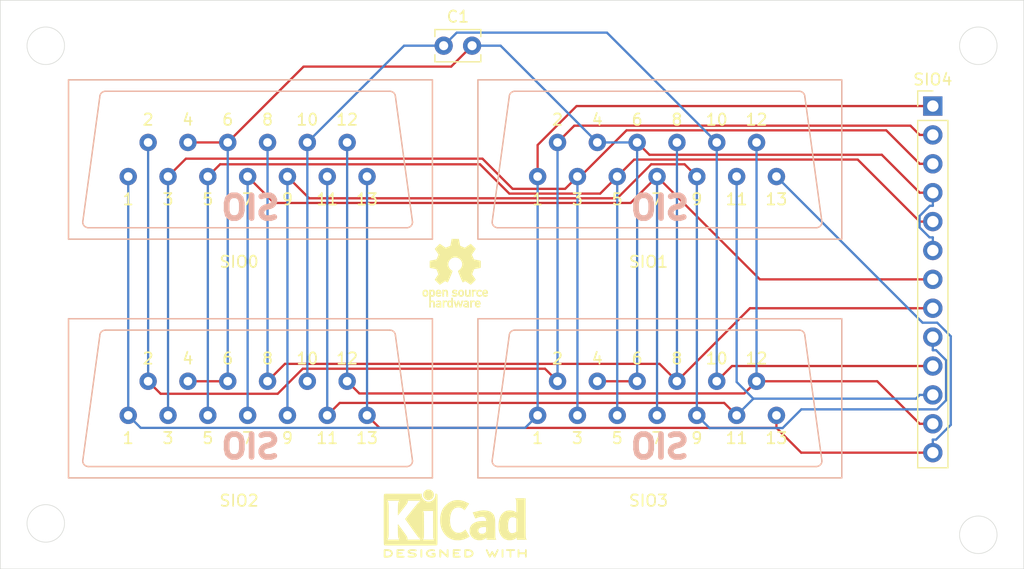
<source format=kicad_pcb>
(kicad_pcb (version 20240108) (generator "pcbnew") (generator_version "8.0")
  (layers (0 "F.Cu" signal) (31 "B.Cu" signal) (34 "B.Paste" user) (35 "F.Paste" user) (36 "B.SilkS" user "B.Silkscreen") (37 "F.SilkS" user "F.Silkscreen") (38 "B.Mask" user) (39 "F.Mask" user) (44 "Edge.Cuts" user))
  (net 0 "")
  (net 1 "GND")
  (net 2 "CLKIN")
  (net 3 "CLKOUT")
  (net 4 "DOUT")
  (net 5 "MOTOR")
  (net 6 "AUDIN")
  (net 7 "PROC")
  (net 8 "INT")
  (net 9 "DIN")
  (net 10 "CMD")
  (net 11 "5V")
  (net 12 "12V")
  (footprint "Atari:Atari_SIO_Socket" (layer "F.Cu") (at 136 70)
    (property "Reference" "SIO1" (at 1 3 0) (layer "F.SilkS"))
    (property "Value" "Atari_SIO_Connector-Atari")
    (fp_text user "SIO" (at 2 -1.75 0) (layer "B.SilkS") (effects (font (size 2 2) (thickness 0.5)) (justify mirror)))
    (fp_text user "7" (at 1.75 -2.5 0) (layer "F.SilkS"))
    (fp_text user "13" (at 12.25 -2.5 0) (layer "F.SilkS"))
    (fp_text user "12" (at 10.5 -9.5 0) (layer "F.SilkS"))
    (fp_text user "1" (at -8.75 -2.5 0) (layer "F.SilkS"))
    (fp_text user "9" (at 5.25 -2.5 0) (layer "F.SilkS"))
    (fp_text user "10" (at 7 -9.5 0) (layer "F.SilkS"))
    (fp_text user "3" (at -5.25 -2.5 0) (layer "F.SilkS"))
    (fp_text user "5" (at -1.75 -2.5 0) (layer "F.SilkS"))
    (fp_text user "2" (at -7 -9.5 0) (layer "F.SilkS"))
    (fp_text user "8" (at 3.5 -9.5 0) (layer "F.SilkS"))
    (fp_text user "6" (at 0 -9.5 0) (layer "F.SilkS"))
    (fp_text user "4" (at -3.5 -9.5 0) (layer "F.SilkS"))
    (fp_text user "11" (at 8.75 -2.5 0) (layer "F.SilkS"))
    (pad "1" thru_hole circle (at -8.75 -4.5) (size 1.524 1.524) (drill 0.762) (layers "*.Cu" "*.Mask") (net 2 "CLKIN"))
    (pad "2" thru_hole circle (at -7 -7.5) (size 1.524 1.524) (drill 0.762) (layers "*.Cu" "*.Mask") (net 3 "CLKOUT"))
    (pad "3" thru_hole circle (at -5.25 -4.5) (size 1.524 1.524) (drill 0.762) (layers "*.Cu" "*.Mask") (net 9 "DIN"))
    (pad "4" thru_hole circle (at -3.5 -7.5) (size 1.524 1.524) (drill 0.762) (layers "*.Cu" "*.Mask") (net 1 "GND"))
    (pad "5" thru_hole circle (at -1.75 -4.5) (size 1.524 1.524) (drill 0.762) (layers "*.Cu" "*.Mask") (net 4 "DOUT"))
    (pad "6" thru_hole circle (at 0 -7.5) (size 1.524 1.524) (drill 0.762) (layers "*.Cu" "*.Mask") (net 1 "GND"))
    (pad "7" thru_hole circle (at 1.75 -4.5) (size 1.524 1.524) (drill 0.762) (layers "*.Cu" "*.Mask") (net 10 "CMD"))
    (pad "8" thru_hole circle (at 3.5 -7.5) (size 1.524 1.524) (drill 0.762) (layers "*.Cu" "*.Mask") (net 5 "MOTOR"))
    (pad "9" thru_hole circle (at 5.25 -4.5) (size 1.524 1.524) (drill 0.762) (layers "*.Cu" "*.Mask") (net 7 "PROC"))
    (pad "10" thru_hole circle (at 7 -7.5) (size 1.524 1.524) (drill 0.762) (layers "*.Cu" "*.Mask") (net 11 "5V"))
    (pad "11" thru_hole circle (at 8.75 -4.5) (size 1.524 1.524) (drill 0.762) (layers "*.Cu" "*.Mask") (net 6 "AUDIN"))
    (pad "12" thru_hole circle (at 10.5 -7.5) (size 1.524 1.524) (drill 0.762) (layers "*.Cu" "*.Mask") (net 12 "12V"))
    (pad "13" thru_hole circle (at 12.25 -4.5) (size 1.524 1.524) (drill 0.762) (layers "*.Cu" "*.Mask") (net 8 "INT"))
  )
  (footprint "Atari:Atari_SIO_Socket" (layer "F.Cu") (at 100 91)
    (property "Reference" "SIO2" (at 1 3 0) (layer "F.SilkS"))
    (property "Value" "Atari_SIO_Connector-Atari")
    (fp_text user "SIO" (at 2 -1.75 0) (layer "B.SilkS") (effects (font (size 2 2) (thickness 0.5)) (justify mirror)))
    (fp_text user "4" (at -3.5 -9.5 0) (layer "F.SilkS"))
    (fp_text user "7" (at 1.75 -2.5 0) (layer "F.SilkS"))
    (fp_text user "2" (at -7 -9.5 0) (layer "F.SilkS"))
    (fp_text user "5" (at -1.75 -2.5 0) (layer "F.SilkS"))
    (fp_text user "12" (at 10.5 -9.5 0) (layer "F.SilkS"))
    (fp_text user "8" (at 3.5 -9.5 0) (layer "F.SilkS"))
    (fp_text user "6" (at 0 -9.5 0) (layer "F.SilkS"))
    (fp_text user "10" (at 7 -9.5 0) (layer "F.SilkS"))
    (fp_text user "1" (at -8.75 -2.5 0) (layer "F.SilkS"))
    (fp_text user "11" (at 8.75 -2.5 0) (layer "F.SilkS"))
    (fp_text user "3" (at -5.25 -2.5 0) (layer "F.SilkS"))
    (fp_text user "13" (at 12.25 -2.5 0) (layer "F.SilkS"))
    (fp_text user "9" (at 5.25 -2.5 0) (layer "F.SilkS"))
    (pad "1" thru_hole circle (at -8.75 -4.5) (size 1.524 1.524) (drill 0.762) (layers "*.Cu" "*.Mask") (net 2 "CLKIN"))
    (pad "2" thru_hole circle (at -7 -7.5) (size 1.524 1.524) (drill 0.762) (layers "*.Cu" "*.Mask") (net 3 "CLKOUT"))
    (pad "3" thru_hole circle (at -5.25 -4.5) (size 1.524 1.524) (drill 0.762) (layers "*.Cu" "*.Mask") (net 9 "DIN"))
    (pad "4" thru_hole circle (at -3.5 -7.5) (size 1.524 1.524) (drill 0.762) (layers "*.Cu" "*.Mask") (net 1 "GND"))
    (pad "5" thru_hole circle (at -1.75 -4.5) (size 1.524 1.524) (drill 0.762) (layers "*.Cu" "*.Mask") (net 4 "DOUT"))
    (pad "6" thru_hole circle (at 0 -7.5) (size 1.524 1.524) (drill 0.762) (layers "*.Cu" "*.Mask") (net 1 "GND"))
    (pad "7" thru_hole circle (at 1.75 -4.5) (size 1.524 1.524) (drill 0.762) (layers "*.Cu" "*.Mask") (net 10 "CMD"))
    (pad "8" thru_hole circle (at 3.5 -7.5) (size 1.524 1.524) (drill 0.762) (layers "*.Cu" "*.Mask") (net 5 "MOTOR"))
    (pad "9" thru_hole circle (at 5.25 -4.5) (size 1.524 1.524) (drill 0.762) (layers "*.Cu" "*.Mask") (net 7 "PROC"))
    (pad "10" thru_hole circle (at 7 -7.5) (size 1.524 1.524) (drill 0.762) (layers "*.Cu" "*.Mask") (net 11 "5V"))
    (pad "11" thru_hole circle (at 8.75 -4.5) (size 1.524 1.524) (drill 0.762) (layers "*.Cu" "*.Mask") (net 6 "AUDIN"))
    (pad "12" thru_hole circle (at 10.5 -7.5) (size 1.524 1.524) (drill 0.762) (layers "*.Cu" "*.Mask") (net 12 "12V"))
    (pad "13" thru_hole circle (at 12.25 -4.5) (size 1.524 1.524) (drill 0.762) (layers "*.Cu" "*.Mask") (net 8 "INT"))
  )
  (footprint "Capacitor_THT:C_Disc_D3.8mm_W2.6mm_P2.50mm" (layer "F.Cu") (at 118.9878 53.9922)
    (property "Reference" "C1" (at 1.25 -2.55 0) (layer "F.SilkS"))
    (property "Value" "C")
    (pad "1" thru_hole circle (at 0 0) (size 1.6 1.6) (drill 0.8) (layers "*.Cu" "*.Mask") (net 11 "5V"))
    (pad "2" thru_hole circle (at 2.5 0) (size 1.6 1.6) (drill 0.8) (layers "*.Cu" "*.Mask") (net 1 "GND"))
  )
  (footprint "Connector_PinHeader_2.54mm:PinHeader_1x13_P2.54mm_Vertical" (layer "F.Cu") (at 162 59.3)
    (property "Reference" "SIO4" (at 0 -2.33 0) (layer "F.SilkS"))
    (property "Value" "Conn_01x13")
    (pad "1" thru_hole rect (at 0 0) (size 1.7 1.7) (drill 1) (layers "*.Cu" "*.Mask") (net 2 "CLKIN"))
    (pad "2" thru_hole oval (at 0 2.54) (size 1.7 1.7) (drill 1) (layers "*.Cu" "*.Mask") (net 3 "CLKOUT"))
    (pad "3" thru_hole oval (at 0 5.08) (size 1.7 1.7) (drill 1) (layers "*.Cu" "*.Mask") (net 9 "DIN"))
    (pad "4" thru_hole oval (at 0 7.62) (size 1.7 1.7) (drill 1) (layers "*.Cu" "*.Mask") (net 1 "GND"))
    (pad "5" thru_hole oval (at 0 10.16) (size 1.7 1.7) (drill 1) (layers "*.Cu" "*.Mask") (net 4 "DOUT"))
    (pad "6" thru_hole oval (at 0 12.7) (size 1.7 1.7) (drill 1) (layers "*.Cu" "*.Mask") (net 1 "GND"))
    (pad "7" thru_hole oval (at 0 15.24) (size 1.7 1.7) (drill 1) (layers "*.Cu" "*.Mask") (net 10 "CMD"))
    (pad "8" thru_hole oval (at 0 17.78) (size 1.7 1.7) (drill 1) (layers "*.Cu" "*.Mask") (net 5 "MOTOR"))
    (pad "9" thru_hole oval (at 0 20.32) (size 1.7 1.7) (drill 1) (layers "*.Cu" "*.Mask") (net 7 "PROC"))
    (pad "10" thru_hole oval (at 0 22.86) (size 1.7 1.7) (drill 1) (layers "*.Cu" "*.Mask") (net 11 "5V"))
    (pad "11" thru_hole oval (at 0 25.4) (size 1.7 1.7) (drill 1) (layers "*.Cu" "*.Mask") (net 6 "AUDIN"))
    (pad "12" thru_hole oval (at 0 27.94) (size 1.7 1.7) (drill 1) (layers "*.Cu" "*.Mask") (net 12 "12V"))
    (pad "13" thru_hole oval (at 0 30.48) (size 1.7 1.7) (drill 1) (layers "*.Cu" "*.Mask") (net 8 "INT"))
  )
  (footprint "Atari:Atari_SIO_Socket" (layer "F.Cu") (at 100 70)
    (property "Reference" "SIO0" (at 1 3 0) (layer "F.SilkS"))
    (property "Value" "Atari_SIO_Connector-Atari")
    (fp_text user "SIO" (at 2 -1.75 0) (layer "B.SilkS") (effects (font (size 2 2) (thickness 0.5)) (justify mirror)))
    (fp_text user "8" (at 3.5 -9.5 0) (layer "F.SilkS"))
    (fp_text user "3" (at -5.25 -2.5 0) (layer "F.SilkS"))
    (fp_text user "12" (at 10.5 -9.5 0) (layer "F.SilkS"))
    (fp_text user "2" (at -7 -9.5 0) (layer "F.SilkS"))
    (fp_text user "9" (at 5.25 -2.5 0) (layer "F.SilkS"))
    (fp_text user "5" (at -1.75 -2.5 0) (layer "F.SilkS"))
    (fp_text user "4" (at -3.5 -9.5 0) (layer "F.SilkS"))
    (fp_text user "13" (at 12.25 -2.5 0) (layer "F.SilkS"))
    (fp_text user "10" (at 7 -9.5 0) (layer "F.SilkS"))
    (fp_text user "11" (at 8.75 -2.5 0) (layer "F.SilkS"))
    (fp_text user "6" (at 0 -9.5 0) (layer "F.SilkS"))
    (fp_text user "7" (at 1.75 -2.5 0) (layer "F.SilkS"))
    (fp_text user "1" (at -8.75 -2.5 0) (layer "F.SilkS"))
    (pad "1" thru_hole circle (at -8.75 -4.5) (size 1.524 1.524) (drill 0.762) (layers "*.Cu" "*.Mask") (net 2 "CLKIN"))
    (pad "2" thru_hole circle (at -7 -7.5) (size 1.524 1.524) (drill 0.762) (layers "*.Cu" "*.Mask") (net 3 "CLKOUT"))
    (pad "3" thru_hole circle (at -5.25 -4.5) (size 1.524 1.524) (drill 0.762) (layers "*.Cu" "*.Mask") (net 9 "DIN"))
    (pad "4" thru_hole circle (at -3.5 -7.5) (size 1.524 1.524) (drill 0.762) (layers "*.Cu" "*.Mask") (net 1 "GND"))
    (pad "5" thru_hole circle (at -1.75 -4.5) (size 1.524 1.524) (drill 0.762) (layers "*.Cu" "*.Mask") (net 4 "DOUT"))
    (pad "6" thru_hole circle (at 0 -7.5) (size 1.524 1.524) (drill 0.762) (layers "*.Cu" "*.Mask") (net 1 "GND"))
    (pad "7" thru_hole circle (at 1.75 -4.5) (size 1.524 1.524) (drill 0.762) (layers "*.Cu" "*.Mask") (net 10 "CMD"))
    (pad "8" thru_hole circle (at 3.5 -7.5) (size 1.524 1.524) (drill 0.762) (layers "*.Cu" "*.Mask") (net 5 "MOTOR"))
    (pad "9" thru_hole circle (at 5.25 -4.5) (size 1.524 1.524) (drill 0.762) (layers "*.Cu" "*.Mask") (net 7 "PROC"))
    (pad "10" thru_hole circle (at 7 -7.5) (size 1.524 1.524) (drill 0.762) (layers "*.Cu" "*.Mask") (net 11 "5V"))
    (pad "11" thru_hole circle (at 8.75 -4.5) (size 1.524 1.524) (drill 0.762) (layers "*.Cu" "*.Mask") (net 6 "AUDIN"))
    (pad "12" thru_hole circle (at 10.5 -7.5) (size 1.524 1.524) (drill 0.762) (layers "*.Cu" "*.Mask") (net 12 "12V"))
    (pad "13" thru_hole circle (at 12.25 -4.5) (size 1.524 1.524) (drill 0.762) (layers "*.Cu" "*.Mask") (net 8 "INT"))
  )
  (footprint "Symbol:KiCad-Logo2_5mm_SilkScreen" (layer "F.Cu") (at 120 96)
    (property "Reference" "DesignedWithKiCad" (hide yes))
    (property "Value" "KiCad-Logo2_5mm_SilkScreen" (hide yes))
  )
  (footprint "Symbol:OSHW-Logo_5.7x6mm_SilkScreen" (layer "F.Cu") (at 120 74)
    (property "Reference" "OSHW" (hide yes))
    (property "Value" "OSHW-Logo_5.7x6mm_SilkScreen" (hide yes))
  )
  (footprint "Atari:Atari_SIO_Socket" (layer "F.Cu") (at 136 91)
    (property "Reference" "SIO3" (at 1 3 0) (layer "F.SilkS"))
    (property "Value" "Atari_SIO_Connector-Atari")
    (fp_text user "SIO" (at 2 -1.75 0) (layer "B.SilkS") (effects (font (size 2 2) (thickness 0.5)) (justify mirror)))
    (fp_text user "2" (at -7 -9.5 0) (layer "F.SilkS"))
    (fp_text user "13" (at 12.25 -2.5 0) (layer "F.SilkS"))
    (fp_text user "9" (at 5.25 -2.5 0) (layer "F.SilkS"))
    (fp_text user "8" (at 3.5 -9.5 0) (layer "F.SilkS"))
    (fp_text user "7" (at 1.75 -2.5 0) (layer "F.SilkS"))
    (fp_text user "4" (at -3.5 -9.5 0) (layer "F.SilkS"))
    (fp_text user "12" (at 10.5 -9.5 0) (layer "F.SilkS"))
    (fp_text user "10" (at 7 -9.5 0) (layer "F.SilkS"))
    (fp_text user "3" (at -5.25 -2.5 0) (layer "F.SilkS"))
    (fp_text user "5" (at -1.75 -2.5 0) (layer "F.SilkS"))
    (fp_text user "6" (at 0 -9.5 0) (layer "F.SilkS"))
    (fp_text user "11" (at 8.75 -2.5 0) (layer "F.SilkS"))
    (fp_text user "1" (at -8.75 -2.5 0) (layer "F.SilkS"))
    (pad "1" thru_hole circle (at -8.75 -4.5) (size 1.524 1.524) (drill 0.762) (layers "*.Cu" "*.Mask") (net 2 "CLKIN"))
    (pad "2" thru_hole circle (at -7 -7.5) (size 1.524 1.524) (drill 0.762) (layers "*.Cu" "*.Mask") (net 3 "CLKOUT"))
    (pad "3" thru_hole circle (at -5.25 -4.5) (size 1.524 1.524) (drill 0.762) (layers "*.Cu" "*.Mask") (net 9 "DIN"))
    (pad "4" thru_hole circle (at -3.5 -7.5) (size 1.524 1.524) (drill 0.762) (layers "*.Cu" "*.Mask") (net 1 "GND"))
    (pad "5" thru_hole circle (at -1.75 -4.5) (size 1.524 1.524) (drill 0.762) (layers "*.Cu" "*.Mask") (net 4 "DOUT"))
    (pad "6" thru_hole circle (at 0 -7.5) (size 1.524 1.524) (drill 0.762) (layers "*.Cu" "*.Mask") (net 1 "GND"))
    (pad "7" thru_hole circle (at 1.75 -4.5) (size 1.524 1.524) (drill 0.762) (layers "*.Cu" "*.Mask") (net 10 "CMD"))
    (pad "8" thru_hole circle (at 3.5 -7.5) (size 1.524 1.524) (drill 0.762) (layers "*.Cu" "*.Mask") (net 5 "MOTOR"))
    (pad "9" thru_hole circle (at 5.25 -4.5) (size 1.524 1.524) (drill 0.762) (layers "*.Cu" "*.Mask") (net 7 "PROC"))
    (pad "10" thru_hole circle (at 7 -7.5) (size 1.524 1.524) (drill 0.762) (layers "*.Cu" "*.Mask") (net 11 "5V"))
    (pad "11" thru_hole circle (at 8.75 -4.5) (size 1.524 1.524) (drill 0.762) (layers "*.Cu" "*.Mask") (net 6 "AUDIN"))
    (pad "12" thru_hole circle (at 10.5 -7.5) (size 1.524 1.524) (drill 0.762) (layers "*.Cu" "*.Mask") (net 12 "12V"))
    (pad "13" thru_hole circle (at 12.25 -4.5) (size 1.524 1.524) (drill 0.762) (layers "*.Cu" "*.Mask") (net 8 "INT"))
  )
  (gr_circle (center 84 54) (end 85.65 54) (stroke (width 0.05)) (fill none) (layer "Edge.Cuts"))
  (gr_circle (center 166 97) (end 167.65 97) (stroke (width 0.05)) (fill none) (layer "Edge.Cuts"))
  (gr_circle (center 166 54) (end 167.65 54) (stroke (width 0.05)) (fill none) (layer "Edge.Cuts"))
  (gr_rect (start 80 50) (end 170 100) (stroke (width 0.05)) (fill none) (layer "Edge.Cuts"))
  (gr_circle (center 84 96) (end 85.65 96) (stroke (width 0.05)) (fill none) (layer "Edge.Cuts"))
  (segment (start 106.6677 55.8323) (end 119.6477 55.8323) (width 0.2) (layer "F.Cu") (net 1))
  (segment (start 157.5119 63.5836) (end 137.0836 63.5836) (width 0.2) (layer "F.Cu") (net 1))
  (segment (start 136 83.5) (end 132.5 83.5) (width 0.2) (layer "F.Cu") (net 1))
  (segment (start 100 83.5) (end 96.5 83.5) (width 0.2) (layer "F.Cu") (net 1))
  (segment (start 162 66.92) (end 160.8483 66.92) (width 0.2) (layer "F.Cu") (net 1))
  (segment (start 119.6477 55.8323) (end 121.4878 53.9922) (width 0.2) (layer "F.Cu") (net 1))
  (segment (start 100 62.5) (end 106.6677 55.8323) (width 0.2) (layer "F.Cu") (net 1))
  (segment (start 96.5 62.5) (end 100 62.5) (width 0.2) (layer "F.Cu") (net 1))
  (segment (start 160.8483 66.92) (end 157.5119 63.5836) (width 0.2) (layer "F.Cu") (net 1))
  (segment (start 137.0836 63.5836) (end 136 62.5) (width 0.2) (layer "F.Cu") (net 1))
  (segment (start 123.9922 53.9922) (end 132.5 62.5) (width 0.2) (layer "B.Cu") (net 1))
  (segment (start 136 83.5) (end 136 62.5) (width 0.2) (layer "B.Cu") (net 1))
  (segment (start 162 70.8483) (end 161.7121 70.8483) (width 0.2) (layer "B.Cu") (net 1))
  (segment (start 162 72) (end 162 70.8483) (width 0.2) (layer "B.Cu") (net 1))
  (segment (start 161.7315 68.0717) (end 162 68.0717) (width 0.2) (layer "B.Cu") (net 1))
  (segment (start 136 62.5) (end 132.5 62.5) (width 0.2) (layer "B.Cu") (net 1))
  (segment (start 161.7121 70.8483) (end 160.8419 69.9781) (width 0.2) (layer "B.Cu") (net 1))
  (segment (start 100 62.5) (end 100 83.5) (width 0.2) (layer "B.Cu") (net 1))
  (segment (start 160.8419 69.9781) (end 160.8419 68.9613) (width 0.2) (layer "B.Cu") (net 1))
  (segment (start 121.4878 53.9922) (end 123.9922 53.9922) (width 0.2) (layer "B.Cu") (net 1))
  (segment (start 160.8419 68.9613) (end 161.7315 68.0717) (width 0.2) (layer "B.Cu") (net 1))
  (segment (start 162 66.92) (end 162 68.0717) (width 0.2) (layer "B.Cu") (net 1))
  (segment (start 130.6772 59.3) (end 127.25 62.7272) (width 0.2) (layer "F.Cu") (net 2))
  (segment (start 127.25 62.7272) (end 127.25 65.5) (width 0.2) (layer "F.Cu") (net 2))
  (segment (start 162 59.3) (end 130.6772 59.3) (width 0.2) (layer "F.Cu") (net 2))
  (segment (start 126.1513 87.5987) (end 92.3487 87.5987) (width 0.2) (layer "B.Cu") (net 2))
  (segment (start 92.3487 87.5987) (end 91.25 86.5) (width 0.2) (layer "B.Cu") (net 2))
  (segment (start 127.25 86.5) (end 127.25 65.5) (width 0.2) (layer "B.Cu") (net 2))
  (segment (start 91.25 65.5) (end 91.25 86.5) (width 0.2) (layer "B.Cu") (net 2))
  (segment (start 127.25 86.5) (end 126.1513 87.5987) (width 0.2) (layer "B.Cu") (net 2))
  (segment (start 94.1 84.6) (end 93 83.5) (width 0.2) (layer "F.Cu") (net 3))
  (segment (start 106.5963 82.3973) (end 104.3936 84.6) (width 0.2) (layer "F.Cu") (net 3))
  (segment (start 129 83.5) (end 127.8973 82.3973) (width 0.2) (layer "F.Cu") (net 3))
  (segment (start 130.4731 61.0269) (end 129 62.5) (width 0.2) (layer "F.Cu") (net 3))
  (segment (start 127.8973 82.3973) (end 106.5963 82.3973) (width 0.2) (layer "F.Cu") (net 3))
  (segment (start 160.8483 61.84) (end 160.0352 61.0269) (width 0.2) (layer "F.Cu") (net 3))
  (segment (start 162 61.84) (end 160.8483 61.84) (width 0.2) (layer "F.Cu") (net 3))
  (segment (start 104.3936 84.6) (end 94.1 84.6) (width 0.2) (layer "F.Cu") (net 3))
  (segment (start 160.0352 61.0269) (end 130.4731 61.0269) (width 0.2) (layer "F.Cu") (net 3))
  (segment (start 129 83.5) (end 129 62.5) (width 0.2) (layer "B.Cu") (net 3))
  (segment (start 93 62.5) (end 93 83.5) (width 0.2) (layer "B.Cu") (net 3))
  (segment (start 162 69.46) (end 160.8483 69.46) (width 0.2) (layer "F.Cu") (net 4))
  (segment (start 122.1852 64.4224) (end 99.3276 64.4224) (width 0.2) (layer "F.Cu") (net 4))
  (segment (start 99.3276 64.4224) (end 98.25 65.5) (width 0.2) (layer "F.Cu") (net 4))
  (segment (start 132.7504 66.9996) (end 124.7624 66.9996) (width 0.2) (layer "F.Cu") (net 4))
  (segment (start 155.3936 64.0053) (end 160.8483 69.46) (width 0.2) (layer "F.Cu") (net 4))
  (segment (start 124.7624 66.9996) (end 122.1852 64.4224) (width 0.2) (layer "F.Cu") (net 4))
  (segment (start 134.25 65.5) (end 135.7447 64.0053) (width 0.2) (layer "F.Cu") (net 4))
  (segment (start 134.25 65.5) (end 132.7504 66.9996) (width 0.2) (layer "F.Cu") (net 4))
  (segment (start 135.7447 64.0053) (end 155.3936 64.0053) (width 0.2) (layer "F.Cu") (net 4))
  (segment (start 98.25 65.5) (end 98.25 86.5) (width 0.2) (layer "B.Cu") (net 4))
  (segment (start 134.25 86.5) (end 134.25 65.5) (width 0.2) (layer "B.Cu") (net 4))
  (segment (start 145.92 77.08) (end 139.5 83.5) (width 0.2) (layer "F.Cu") (net 5))
  (segment (start 139.5 83.5) (end 137.9702 81.9702) (width 0.2) (layer "F.Cu") (net 5))
  (segment (start 162 77.08) (end 145.92 77.08) (width 0.2) (layer "F.Cu") (net 5))
  (segment (start 105.0298 81.9702) (end 103.5 83.5) (width 0.2) (layer "F.Cu") (net 5))
  (segment (start 137.9702 81.9702) (end 105.0298 81.9702) (width 0.2) (layer "F.Cu") (net 5))
  (segment (start 139.5 83.5) (end 139.5 62.5) (width 0.2) (layer "B.Cu") (net 5))
  (segment (start 103.5 62.5) (end 103.5 83.5) (width 0.2) (layer "B.Cu") (net 5))
  (segment (start 109.8431 85.4069) (end 108.75 86.5) (width 0.2) (layer "F.Cu") (net 6))
  (segment (start 144.75 86.5) (end 143.6569 85.4069) (width 0.2) (layer "F.Cu") (net 6))
  (segment (start 143.6569 85.4069) (end 109.8431 85.4069) (width 0.2) (layer "F.Cu") (net 6))
  (segment (start 146.2188 85.0312) (end 144.75 83.5624) (width 0.2) (layer "B.Cu") (net 6))
  (segment (start 108.75 65.5) (end 108.75 86.5) (width 0.2) (layer "B.Cu") (net 6))
  (segment (start 162 84.7) (end 160.8483 84.7) (width 0.2) (layer "B.Cu") (net 6))
  (segment (start 160.8483 84.7) (end 160.5171 85.0312) (width 0.2) (layer "B.Cu") (net 6))
  (segment (start 160.5171 85.0312) (end 146.2188 85.0312) (width 0.2) (layer "B.Cu") (net 6))
  (segment (start 146.2188 85.0312) (end 144.75 86.5) (width 0.2) (layer "B.Cu") (net 6))
  (segment (start 144.75 83.5624) (end 144.75 65.5) (width 0.2) (layer "B.Cu") (net 6))
  (segment (start 107.1605 67.4105) (end 105.25 65.5) (width 0.2) (layer "F.Cu") (net 7))
  (segment (start 134.2472 67.4105) (end 107.1605 67.4105) (width 0.2) (layer "F.Cu") (net 7))
  (segment (start 137.2354 64.4223) (end 134.2472 67.4105) (width 0.2) (layer "F.Cu") (net 7))
  (segment (start 141.25 65.5) (end 140.1723 64.4223) (width 0.2) (layer "F.Cu") (net 7))
  (segment (start 140.1723 64.4223) (end 137.2354 64.4223) (width 0.2) (layer "F.Cu") (net 7))
  (segment (start 105.25 65.5) (end 105.25 86.5) (width 0.2) (layer "B.Cu") (net 7))
  (segment (start 163.1643 81.6481) (end 163.1643 85.1782) (width 0.2) (layer "B.Cu") (net 7))
  (segment (start 162 80.7717) (end 162.2879 80.7717) (width 0.2) (layer "B.Cu") (net 7))
  (segment (start 162 79.62) (end 162 80.7717) (width 0.2) (layer "B.Cu") (net 7))
  (segment (start 162.3725 85.97) (end 150.4414 85.97) (width 0.2) (layer "B.Cu") (net 7))
  (segment (start 148.7971 87.6143) (end 142.3643 87.6143) (width 0.2) (layer "B.Cu") (net 7))
  (segment (start 141.25 65.5) (end 141.25 86.5) (width 0.2) (layer "B.Cu") (net 7))
  (segment (start 163.1643 85.1782) (end 162.3725 85.97) (width 0.2) (layer "B.Cu") (net 7))
  (segment (start 162.2879 80.7717) (end 163.1643 81.6481) (width 0.2) (layer "B.Cu") (net 7))
  (segment (start 150.4414 85.97) (end 148.7971 87.6143) (width 0.2) (layer "B.Cu") (net 7))
  (segment (start 142.3643 87.6143) (end 141.25 86.5) (width 0.2) (layer "B.Cu") (net 7))
  (segment (start 148.25 87.6002) (end 150.4298 89.78) (width 0.2) (layer "F.Cu") (net 8))
  (segment (start 162 89.78) (end 160.8483 89.78) (width 0.2) (layer "F.Cu") (net 8))
  (segment (start 148.25 86.5) (end 148.25 87.6002) (width 0.2) (layer "F.Cu") (net 8))
  (segment (start 148.25 87.6002) (end 113.3502 87.6002) (width 0.2) (layer "F.Cu") (net 8))
  (segment (start 113.3502 87.6002) (end 112.25 86.5) (width 0.2) (layer "F.Cu") (net 8))
  (segment (start 150.4298 89.78) (end 160.8483 89.78) (width 0.2) (layer "F.Cu") (net 8))
  (segment (start 161.1 78.35) (end 148.25 65.5) (width 0.2) (layer "B.Cu") (net 8))
  (segment (start 112.25 65.5) (end 112.25 86.5) (width 0.2) (layer "B.Cu") (net 8))
  (segment (start 162 88.6283) (end 162.2879 88.6283) (width 0.2) (layer "B.Cu") (net 8))
  (segment (start 162.2879 88.6283) (end 163.58 87.3362) (width 0.2) (layer "B.Cu") (net 8))
  (segment (start 163.58 87.3362) (end 163.58 79.545) (width 0.2) (layer "B.Cu") (net 8))
  (segment (start 163.58 79.545) (end 162.385 78.35) (width 0.2) (layer "B.Cu") (net 8))
  (segment (start 162 89.78) (end 162 88.6283) (width 0.2) (layer "B.Cu") (net 8))
  (segment (start 162.385 78.35) (end 161.1 78.35) (width 0.2) (layer "B.Cu") (net 8))
  (segment (start 96.3227 63.9273) (end 94.75 65.5) (width 0.2) (layer "F.Cu") (net 9))
  (segment (start 130.75 65.5) (end 129.6692 66.5808) (width 0.2) (layer "F.Cu") (net 9))
  (segment (start 160.8483 64.38) (end 157.9033 61.435) (width 0.2) (layer "F.Cu") (net 9))
  (segment (start 157.9033 61.435) (end 135.0694 61.435) (width 0.2) (layer "F.Cu") (net 9))
  (segment (start 122.3995 63.9273) (end 96.3227 63.9273) (width 0.2) (layer "F.Cu") (net 9))
  (segment (start 135.0694 61.435) (end 131.0044 65.5) (width 0.2) (layer "F.Cu") (net 9))
  (segment (start 131.0044 65.5) (end 130.75 65.5) (width 0.2) (layer "F.Cu") (net 9))
  (segment (start 162 64.38) (end 160.8483 64.38) (width 0.2) (layer "F.Cu") (net 9))
  (segment (start 125.053 66.5808) (end 122.3995 63.9273) (width 0.2) (layer "F.Cu") (net 9))
  (segment (start 129.6692 66.5808) (end 125.053 66.5808) (width 0.2) (layer "F.Cu") (net 9))
  (segment (start 130.75 86.5) (end 130.75 65.5) (width 0.2) (layer "B.Cu") (net 9))
  (segment (start 94.75 65.5) (end 94.75 86.5) (width 0.2) (layer "B.Cu") (net 9))
  (segment (start 101.75 65.5) (end 104.0714 67.8214) (width 0.2) (layer "F.Cu") (net 10))
  (segment (start 162 74.54) (end 146.79 74.54) (width 0.2) (layer "F.Cu") (net 10))
  (segment (start 135.4286 67.8214) (end 137.75 65.5) (width 0.2) (layer "F.Cu") (net 10))
  (segment (start 104.0714 67.8214) (end 135.4286 67.8214) (width 0.2) (layer "F.Cu") (net 10))
  (segment (start 146.79 74.54) (end 137.75 65.5) (width 0.2) (layer "F.Cu") (net 10))
  (segment (start 101.75 65.5) (end 101.75 86.5) (width 0.2) (layer "B.Cu") (net 10))
  (segment (start 137.75 86.5) (end 137.75 65.5) (width 0.2) (layer "B.Cu") (net 10))
  (segment (start 144.34 82.16) (end 143 83.5) (width 0.2) (layer "F.Cu") (net 11))
  (segment (start 162 82.16) (end 144.34 82.16) (width 0.2) (layer "F.Cu") (net 11))
  (segment (start 143 83.5) (end 143 62.5) (width 0.2) (layer "B.Cu") (net 11))
  (segment (start 120.1363 52.8437) (end 118.9878 53.9922) (width 0.2) (layer "B.Cu") (net 11))
  (segment (start 133.3437 52.8437) (end 120.1363 52.8437) (width 0.2) (layer "B.Cu") (net 11))
  (segment (start 143 62.5) (end 133.3437 52.8437) (width 0.2) (layer "B.Cu") (net 11))
  (segment (start 107 62.5) (end 107 83.5) (width 0.2) (layer "B.Cu") (net 11))
  (segment (start 107 62.5) (end 115.5078 53.9922) (width 0.2) (layer "B.Cu") (net 11))
  (segment (start 115.5078 53.9922) (end 118.9878 53.9922) (width 0.2) (layer "B.Cu") (net 11))
  (segment (start 162 87.24) (end 160.8483 87.24) (width 0.2) (layer "F.Cu") (net 12))
  (segment (start 157.1083 83.5) (end 146.5 83.5) (width 0.2) (layer "F.Cu") (net 12))
  (segment (start 111.5719 84.5719) (end 110.5 83.5) (width 0.2) (layer "F.Cu") (net 12))
  (segment (start 160.8483 87.24) (end 157.1083 83.5) (width 0.2) (layer "F.Cu") (net 12))
  (segment (start 146.5 83.5) (end 145.4281 84.5719) (width 0.2) (layer "F.Cu") (net 12))
  (segment (start 145.4281 84.5719) (end 111.5719 84.5719) (width 0.2) (layer "F.Cu") (net 12))
  (segment (start 110.5 62.5) (end 110.5 83.5) (width 0.2) (layer "B.Cu") (net 12))
  (segment (start 146.5 83.5) (end 146.5 62.5) (width 0.2) (layer "B.Cu") (net 12))
)
</source>
